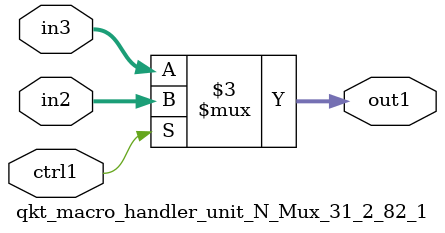
<source format=v>

`timescale 1ps / 1ps


module qkt_macro_handler_unit_N_Mux_31_2_82_1( in3, in2, ctrl1, out1 );

    input [30:0] in3;
    input [30:0] in2;
    input ctrl1;
    output [30:0] out1;
    reg [30:0] out1;

    
    // rtl_process:qkt_macro_handler_unit_N_Mux_31_2_82_1/qkt_macro_handler_unit_N_Mux_31_2_82_1_thread_1
    always @*
      begin : qkt_macro_handler_unit_N_Mux_31_2_82_1_thread_1
        case (ctrl1) 
          1'b1: 
            begin
              out1 = in2;
            end
          default: 
            begin
              out1 = in3;
            end
        endcase
      end

endmodule





</source>
